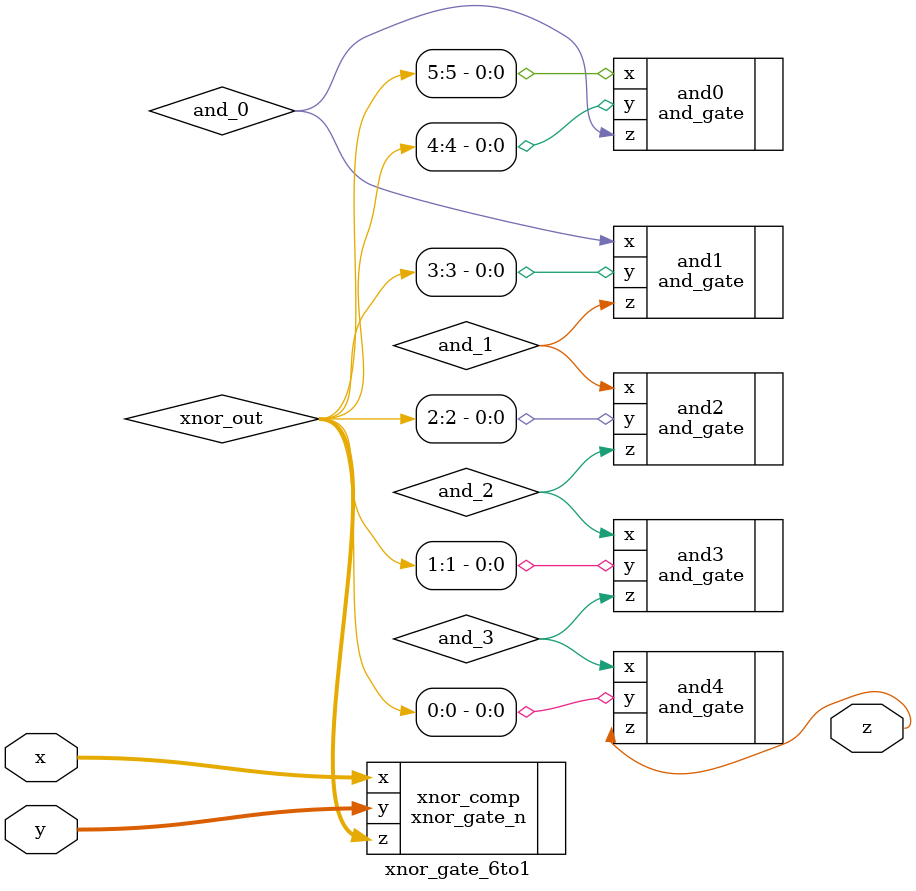
<source format=v>

module xnor_gate_6to1(
	input wire[5:0] x,
	input wire[5:0] y,
	output wire z
);

wire [5:0] xnor_out;
wire and_0;
wire and_1;
wire and_2;
wire and_3;

xnor_gate_n #(6) xnor_comp(.x(x), .y(y), .z(xnor_out));
and_gate and0(.x(xnor_out[5]), .y(xnor_out[4]), .z(and_0));
and_gate and1(.x(and_0), .y(xnor_out[3]), .z(and_1));
and_gate and2(.x(and_1), .y(xnor_out[2]), .z(and_2));
and_gate and3(.x(and_2), .y(xnor_out[1]), .z(and_3));
and_gate and4(.x(and_3), .y(xnor_out[0]), .z(z));

endmodule

</source>
